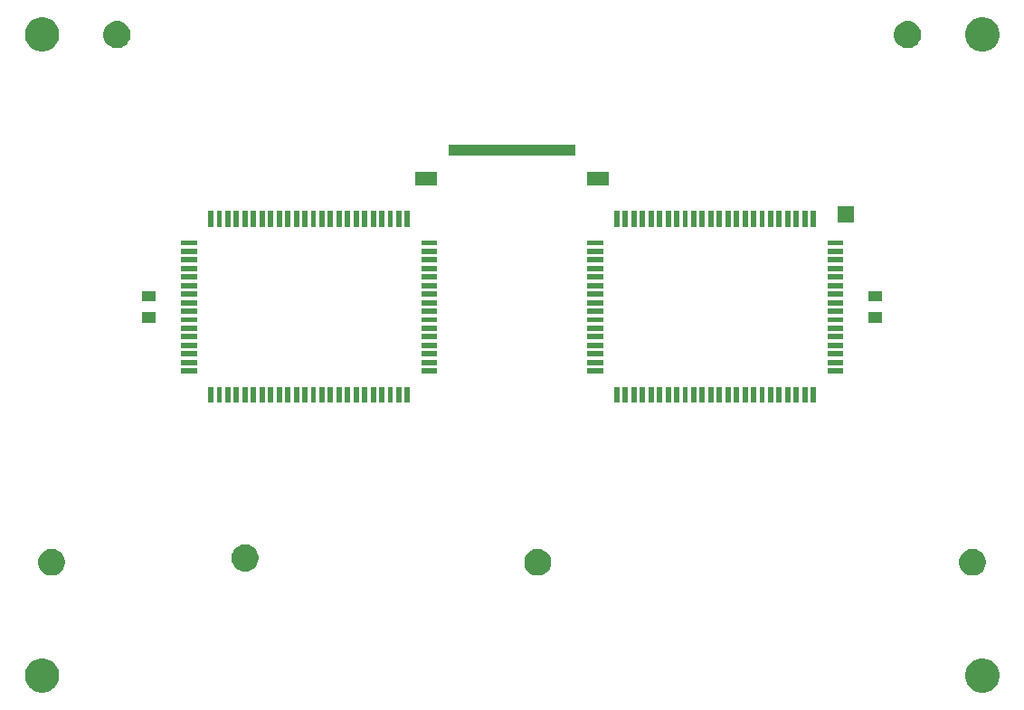
<source format=gbr>
G04 #@! TF.GenerationSoftware,KiCad,Pcbnew,5.0.2-bee76a0~70~ubuntu18.04.1*
G04 #@! TF.CreationDate,2020-10-26T08:34:28+01:00*
G04 #@! TF.ProjectId,ModulAdapter_Verv2,4d6f6475-6c41-4646-9170-7465725f5665,rev?*
G04 #@! TF.SameCoordinates,Original*
G04 #@! TF.FileFunction,Soldermask,Bot*
G04 #@! TF.FilePolarity,Negative*
%FSLAX46Y46*%
G04 Gerber Fmt 4.6, Leading zero omitted, Abs format (unit mm)*
G04 Created by KiCad (PCBNEW 5.0.2-bee76a0~70~ubuntu18.04.1) date Mo 26 Okt 2020 08:34:28 CET*
%MOMM*%
%LPD*%
G01*
G04 APERTURE LIST*
%ADD10C,0.100000*%
G04 APERTURE END LIST*
D10*
G36*
X144466703Y-132461486D02*
X144757883Y-132582097D01*
X145019944Y-132757201D01*
X145242799Y-132980056D01*
X145417903Y-133242117D01*
X145538514Y-133533297D01*
X145600000Y-133842412D01*
X145600000Y-134157588D01*
X145538514Y-134466703D01*
X145417903Y-134757883D01*
X145242799Y-135019944D01*
X145019944Y-135242799D01*
X144757883Y-135417903D01*
X144466703Y-135538514D01*
X144157588Y-135600000D01*
X143842412Y-135600000D01*
X143533297Y-135538514D01*
X143242117Y-135417903D01*
X142980056Y-135242799D01*
X142757201Y-135019944D01*
X142582097Y-134757883D01*
X142461486Y-134466703D01*
X142400000Y-134157588D01*
X142400000Y-133842412D01*
X142461486Y-133533297D01*
X142582097Y-133242117D01*
X142757201Y-132980056D01*
X142980056Y-132757201D01*
X143242117Y-132582097D01*
X143533297Y-132461486D01*
X143842412Y-132400000D01*
X144157588Y-132400000D01*
X144466703Y-132461486D01*
X144466703Y-132461486D01*
G37*
G36*
X56466703Y-132461486D02*
X56757883Y-132582097D01*
X57019944Y-132757201D01*
X57242799Y-132980056D01*
X57417903Y-133242117D01*
X57538514Y-133533297D01*
X57600000Y-133842412D01*
X57600000Y-134157588D01*
X57538514Y-134466703D01*
X57417903Y-134757883D01*
X57242799Y-135019944D01*
X57019944Y-135242799D01*
X56757883Y-135417903D01*
X56466703Y-135538514D01*
X56157588Y-135600000D01*
X55842412Y-135600000D01*
X55533297Y-135538514D01*
X55242117Y-135417903D01*
X54980056Y-135242799D01*
X54757201Y-135019944D01*
X54582097Y-134757883D01*
X54461486Y-134466703D01*
X54400000Y-134157588D01*
X54400000Y-133842412D01*
X54461486Y-133533297D01*
X54582097Y-133242117D01*
X54757201Y-132980056D01*
X54980056Y-132757201D01*
X55242117Y-132582097D01*
X55533297Y-132461486D01*
X55842412Y-132400000D01*
X56157588Y-132400000D01*
X56466703Y-132461486D01*
X56466703Y-132461486D01*
G37*
G36*
X102764612Y-122198037D02*
X102992096Y-122292264D01*
X103196831Y-122429064D01*
X103370936Y-122603169D01*
X103507736Y-122807904D01*
X103601963Y-123035388D01*
X103650000Y-123276885D01*
X103650000Y-123523115D01*
X103601963Y-123764612D01*
X103507736Y-123992096D01*
X103370936Y-124196831D01*
X103196831Y-124370936D01*
X102992096Y-124507736D01*
X102764612Y-124601963D01*
X102523115Y-124650000D01*
X102276885Y-124650000D01*
X102035388Y-124601963D01*
X101807904Y-124507736D01*
X101603169Y-124370936D01*
X101429064Y-124196831D01*
X101292264Y-123992096D01*
X101198037Y-123764612D01*
X101150000Y-123523115D01*
X101150000Y-123276885D01*
X101198037Y-123035388D01*
X101292264Y-122807904D01*
X101429064Y-122603169D01*
X101603169Y-122429064D01*
X101807904Y-122292264D01*
X102035388Y-122198037D01*
X102276885Y-122150000D01*
X102523115Y-122150000D01*
X102764612Y-122198037D01*
X102764612Y-122198037D01*
G37*
G36*
X57264612Y-122198037D02*
X57492096Y-122292264D01*
X57696831Y-122429064D01*
X57870936Y-122603169D01*
X58007736Y-122807904D01*
X58101963Y-123035388D01*
X58150000Y-123276885D01*
X58150000Y-123523115D01*
X58101963Y-123764612D01*
X58007736Y-123992096D01*
X57870936Y-124196831D01*
X57696831Y-124370936D01*
X57492096Y-124507736D01*
X57264612Y-124601963D01*
X57023115Y-124650000D01*
X56776885Y-124650000D01*
X56535388Y-124601963D01*
X56307904Y-124507736D01*
X56103169Y-124370936D01*
X55929064Y-124196831D01*
X55792264Y-123992096D01*
X55698037Y-123764612D01*
X55650000Y-123523115D01*
X55650000Y-123276885D01*
X55698037Y-123035388D01*
X55792264Y-122807904D01*
X55929064Y-122603169D01*
X56103169Y-122429064D01*
X56307904Y-122292264D01*
X56535388Y-122198037D01*
X56776885Y-122150000D01*
X57023115Y-122150000D01*
X57264612Y-122198037D01*
X57264612Y-122198037D01*
G37*
G36*
X143464612Y-122198037D02*
X143692096Y-122292264D01*
X143896831Y-122429064D01*
X144070936Y-122603169D01*
X144207736Y-122807904D01*
X144301963Y-123035388D01*
X144350000Y-123276885D01*
X144350000Y-123523115D01*
X144301963Y-123764612D01*
X144207736Y-123992096D01*
X144070936Y-124196831D01*
X143896831Y-124370936D01*
X143692096Y-124507736D01*
X143464612Y-124601963D01*
X143223115Y-124650000D01*
X142976885Y-124650000D01*
X142735388Y-124601963D01*
X142507904Y-124507736D01*
X142303169Y-124370936D01*
X142129064Y-124196831D01*
X141992264Y-123992096D01*
X141898037Y-123764612D01*
X141850000Y-123523115D01*
X141850000Y-123276885D01*
X141898037Y-123035388D01*
X141992264Y-122807904D01*
X142129064Y-122603169D01*
X142303169Y-122429064D01*
X142507904Y-122292264D01*
X142735388Y-122198037D01*
X142976885Y-122150000D01*
X143223115Y-122150000D01*
X143464612Y-122198037D01*
X143464612Y-122198037D01*
G37*
G36*
X75247764Y-121754402D02*
X75370445Y-121778805D01*
X75601571Y-121874541D01*
X75809581Y-122013529D01*
X75986471Y-122190419D01*
X75986473Y-122190422D01*
X76125459Y-122398429D01*
X76221195Y-122629555D01*
X76221195Y-122629557D01*
X76256671Y-122807903D01*
X76270000Y-122874916D01*
X76270000Y-123125084D01*
X76221195Y-123370445D01*
X76125459Y-123601571D01*
X75986471Y-123809581D01*
X75809581Y-123986471D01*
X75809578Y-123986473D01*
X75601571Y-124125459D01*
X75370445Y-124221195D01*
X75247765Y-124245597D01*
X75125086Y-124270000D01*
X74874914Y-124270000D01*
X74752235Y-124245597D01*
X74629555Y-124221195D01*
X74398429Y-124125459D01*
X74190422Y-123986473D01*
X74190419Y-123986471D01*
X74013529Y-123809581D01*
X73874541Y-123601571D01*
X73778805Y-123370445D01*
X73730000Y-123125084D01*
X73730000Y-122874916D01*
X73743330Y-122807903D01*
X73778805Y-122629557D01*
X73778805Y-122629555D01*
X73874541Y-122398429D01*
X74013527Y-122190422D01*
X74013529Y-122190419D01*
X74190419Y-122013529D01*
X74398429Y-121874541D01*
X74629555Y-121778805D01*
X74752236Y-121754402D01*
X74874914Y-121730000D01*
X75125086Y-121730000D01*
X75247764Y-121754402D01*
X75247764Y-121754402D01*
G37*
G36*
X118050000Y-108480000D02*
X117550000Y-108480000D01*
X117550000Y-107000000D01*
X118050000Y-107000000D01*
X118050000Y-108480000D01*
X118050000Y-108480000D01*
G37*
G36*
X121250000Y-108480000D02*
X120750000Y-108480000D01*
X120750000Y-107000000D01*
X121250000Y-107000000D01*
X121250000Y-108480000D01*
X121250000Y-108480000D01*
G37*
G36*
X90450000Y-108480000D02*
X89950000Y-108480000D01*
X89950000Y-107000000D01*
X90450000Y-107000000D01*
X90450000Y-108480000D01*
X90450000Y-108480000D01*
G37*
G36*
X110050000Y-108480000D02*
X109550000Y-108480000D01*
X109550000Y-107000000D01*
X110050000Y-107000000D01*
X110050000Y-108480000D01*
X110050000Y-108480000D01*
G37*
G36*
X110850000Y-108480000D02*
X110350000Y-108480000D01*
X110350000Y-107000000D01*
X110850000Y-107000000D01*
X110850000Y-108480000D01*
X110850000Y-108480000D01*
G37*
G36*
X111650000Y-108480000D02*
X111150000Y-108480000D01*
X111150000Y-107000000D01*
X111650000Y-107000000D01*
X111650000Y-108480000D01*
X111650000Y-108480000D01*
G37*
G36*
X112450000Y-108480000D02*
X111950000Y-108480000D01*
X111950000Y-107000000D01*
X112450000Y-107000000D01*
X112450000Y-108480000D01*
X112450000Y-108480000D01*
G37*
G36*
X113250000Y-108480000D02*
X112750000Y-108480000D01*
X112750000Y-107000000D01*
X113250000Y-107000000D01*
X113250000Y-108480000D01*
X113250000Y-108480000D01*
G37*
G36*
X114050000Y-108480000D02*
X113550000Y-108480000D01*
X113550000Y-107000000D01*
X114050000Y-107000000D01*
X114050000Y-108480000D01*
X114050000Y-108480000D01*
G37*
G36*
X114850000Y-108480000D02*
X114350000Y-108480000D01*
X114350000Y-107000000D01*
X114850000Y-107000000D01*
X114850000Y-108480000D01*
X114850000Y-108480000D01*
G37*
G36*
X115650000Y-108480000D02*
X115150000Y-108480000D01*
X115150000Y-107000000D01*
X115650000Y-107000000D01*
X115650000Y-108480000D01*
X115650000Y-108480000D01*
G37*
G36*
X116450000Y-108480000D02*
X115950000Y-108480000D01*
X115950000Y-107000000D01*
X116450000Y-107000000D01*
X116450000Y-108480000D01*
X116450000Y-108480000D01*
G37*
G36*
X117250000Y-108480000D02*
X116750000Y-108480000D01*
X116750000Y-107000000D01*
X117250000Y-107000000D01*
X117250000Y-108480000D01*
X117250000Y-108480000D01*
G37*
G36*
X89650000Y-108480000D02*
X89150000Y-108480000D01*
X89150000Y-107000000D01*
X89650000Y-107000000D01*
X89650000Y-108480000D01*
X89650000Y-108480000D01*
G37*
G36*
X118850000Y-108480000D02*
X118350000Y-108480000D01*
X118350000Y-107000000D01*
X118850000Y-107000000D01*
X118850000Y-108480000D01*
X118850000Y-108480000D01*
G37*
G36*
X119650000Y-108480000D02*
X119150000Y-108480000D01*
X119150000Y-107000000D01*
X119650000Y-107000000D01*
X119650000Y-108480000D01*
X119650000Y-108480000D01*
G37*
G36*
X120450000Y-108480000D02*
X119950000Y-108480000D01*
X119950000Y-107000000D01*
X120450000Y-107000000D01*
X120450000Y-108480000D01*
X120450000Y-108480000D01*
G37*
G36*
X122050000Y-108480000D02*
X121550000Y-108480000D01*
X121550000Y-107000000D01*
X122050000Y-107000000D01*
X122050000Y-108480000D01*
X122050000Y-108480000D01*
G37*
G36*
X122850000Y-108480000D02*
X122350000Y-108480000D01*
X122350000Y-107000000D01*
X122850000Y-107000000D01*
X122850000Y-108480000D01*
X122850000Y-108480000D01*
G37*
G36*
X123650000Y-108480000D02*
X123150000Y-108480000D01*
X123150000Y-107000000D01*
X123650000Y-107000000D01*
X123650000Y-108480000D01*
X123650000Y-108480000D01*
G37*
G36*
X124450000Y-108480000D02*
X123950000Y-108480000D01*
X123950000Y-107000000D01*
X124450000Y-107000000D01*
X124450000Y-108480000D01*
X124450000Y-108480000D01*
G37*
G36*
X125250000Y-108480000D02*
X124750000Y-108480000D01*
X124750000Y-107000000D01*
X125250000Y-107000000D01*
X125250000Y-108480000D01*
X125250000Y-108480000D01*
G37*
G36*
X126050000Y-108480000D02*
X125550000Y-108480000D01*
X125550000Y-107000000D01*
X126050000Y-107000000D01*
X126050000Y-108480000D01*
X126050000Y-108480000D01*
G37*
G36*
X126850000Y-108480000D02*
X126350000Y-108480000D01*
X126350000Y-107000000D01*
X126850000Y-107000000D01*
X126850000Y-108480000D01*
X126850000Y-108480000D01*
G37*
G36*
X79250000Y-108480000D02*
X78750000Y-108480000D01*
X78750000Y-107000000D01*
X79250000Y-107000000D01*
X79250000Y-108480000D01*
X79250000Y-108480000D01*
G37*
G36*
X84850000Y-108480000D02*
X84350000Y-108480000D01*
X84350000Y-107000000D01*
X84850000Y-107000000D01*
X84850000Y-108480000D01*
X84850000Y-108480000D01*
G37*
G36*
X75250000Y-108480000D02*
X74750000Y-108480000D01*
X74750000Y-107000000D01*
X75250000Y-107000000D01*
X75250000Y-108480000D01*
X75250000Y-108480000D01*
G37*
G36*
X128450000Y-108480000D02*
X127950000Y-108480000D01*
X127950000Y-107000000D01*
X128450000Y-107000000D01*
X128450000Y-108480000D01*
X128450000Y-108480000D01*
G37*
G36*
X84050000Y-108480000D02*
X83550000Y-108480000D01*
X83550000Y-107000000D01*
X84050000Y-107000000D01*
X84050000Y-108480000D01*
X84050000Y-108480000D01*
G37*
G36*
X83250000Y-108480000D02*
X82750000Y-108480000D01*
X82750000Y-107000000D01*
X83250000Y-107000000D01*
X83250000Y-108480000D01*
X83250000Y-108480000D01*
G37*
G36*
X82450000Y-108480000D02*
X81950000Y-108480000D01*
X81950000Y-107000000D01*
X82450000Y-107000000D01*
X82450000Y-108480000D01*
X82450000Y-108480000D01*
G37*
G36*
X81650000Y-108480000D02*
X81150000Y-108480000D01*
X81150000Y-107000000D01*
X81650000Y-107000000D01*
X81650000Y-108480000D01*
X81650000Y-108480000D01*
G37*
G36*
X80850000Y-108480000D02*
X80350000Y-108480000D01*
X80350000Y-107000000D01*
X80850000Y-107000000D01*
X80850000Y-108480000D01*
X80850000Y-108480000D01*
G37*
G36*
X80050000Y-108480000D02*
X79550000Y-108480000D01*
X79550000Y-107000000D01*
X80050000Y-107000000D01*
X80050000Y-108480000D01*
X80050000Y-108480000D01*
G37*
G36*
X78450000Y-108480000D02*
X77950000Y-108480000D01*
X77950000Y-107000000D01*
X78450000Y-107000000D01*
X78450000Y-108480000D01*
X78450000Y-108480000D01*
G37*
G36*
X77650000Y-108480000D02*
X77150000Y-108480000D01*
X77150000Y-107000000D01*
X77650000Y-107000000D01*
X77650000Y-108480000D01*
X77650000Y-108480000D01*
G37*
G36*
X88050000Y-108480000D02*
X87550000Y-108480000D01*
X87550000Y-107000000D01*
X88050000Y-107000000D01*
X88050000Y-108480000D01*
X88050000Y-108480000D01*
G37*
G36*
X85650000Y-108480000D02*
X85150000Y-108480000D01*
X85150000Y-107000000D01*
X85650000Y-107000000D01*
X85650000Y-108480000D01*
X85650000Y-108480000D01*
G37*
G36*
X86450000Y-108480000D02*
X85950000Y-108480000D01*
X85950000Y-107000000D01*
X86450000Y-107000000D01*
X86450000Y-108480000D01*
X86450000Y-108480000D01*
G37*
G36*
X87250000Y-108480000D02*
X86750000Y-108480000D01*
X86750000Y-107000000D01*
X87250000Y-107000000D01*
X87250000Y-108480000D01*
X87250000Y-108480000D01*
G37*
G36*
X76850000Y-108480000D02*
X76350000Y-108480000D01*
X76350000Y-107000000D01*
X76850000Y-107000000D01*
X76850000Y-108480000D01*
X76850000Y-108480000D01*
G37*
G36*
X72050000Y-108480000D02*
X71550000Y-108480000D01*
X71550000Y-107000000D01*
X72050000Y-107000000D01*
X72050000Y-108480000D01*
X72050000Y-108480000D01*
G37*
G36*
X88850000Y-108480000D02*
X88350000Y-108480000D01*
X88350000Y-107000000D01*
X88850000Y-107000000D01*
X88850000Y-108480000D01*
X88850000Y-108480000D01*
G37*
G36*
X72850000Y-108480000D02*
X72350000Y-108480000D01*
X72350000Y-107000000D01*
X72850000Y-107000000D01*
X72850000Y-108480000D01*
X72850000Y-108480000D01*
G37*
G36*
X73650000Y-108480000D02*
X73150000Y-108480000D01*
X73150000Y-107000000D01*
X73650000Y-107000000D01*
X73650000Y-108480000D01*
X73650000Y-108480000D01*
G37*
G36*
X74450000Y-108480000D02*
X73950000Y-108480000D01*
X73950000Y-107000000D01*
X74450000Y-107000000D01*
X74450000Y-108480000D01*
X74450000Y-108480000D01*
G37*
G36*
X127650000Y-108480000D02*
X127150000Y-108480000D01*
X127150000Y-107000000D01*
X127650000Y-107000000D01*
X127650000Y-108480000D01*
X127650000Y-108480000D01*
G37*
G36*
X76050000Y-108480000D02*
X75550000Y-108480000D01*
X75550000Y-107000000D01*
X76050000Y-107000000D01*
X76050000Y-108480000D01*
X76050000Y-108480000D01*
G37*
G36*
X130980000Y-105750000D02*
X129500000Y-105750000D01*
X129500000Y-105250000D01*
X130980000Y-105250000D01*
X130980000Y-105750000D01*
X130980000Y-105750000D01*
G37*
G36*
X108500000Y-105750000D02*
X107020000Y-105750000D01*
X107020000Y-105250000D01*
X108500000Y-105250000D01*
X108500000Y-105750000D01*
X108500000Y-105750000D01*
G37*
G36*
X92980000Y-105750000D02*
X91500000Y-105750000D01*
X91500000Y-105250000D01*
X92980000Y-105250000D01*
X92980000Y-105750000D01*
X92980000Y-105750000D01*
G37*
G36*
X70500000Y-105750000D02*
X69020000Y-105750000D01*
X69020000Y-105250000D01*
X70500000Y-105250000D01*
X70500000Y-105750000D01*
X70500000Y-105750000D01*
G37*
G36*
X130980000Y-104950000D02*
X129500000Y-104950000D01*
X129500000Y-104450000D01*
X130980000Y-104450000D01*
X130980000Y-104950000D01*
X130980000Y-104950000D01*
G37*
G36*
X92980000Y-104950000D02*
X91500000Y-104950000D01*
X91500000Y-104450000D01*
X92980000Y-104450000D01*
X92980000Y-104950000D01*
X92980000Y-104950000D01*
G37*
G36*
X70500000Y-104950000D02*
X69020000Y-104950000D01*
X69020000Y-104450000D01*
X70500000Y-104450000D01*
X70500000Y-104950000D01*
X70500000Y-104950000D01*
G37*
G36*
X108500000Y-104950000D02*
X107020000Y-104950000D01*
X107020000Y-104450000D01*
X108500000Y-104450000D01*
X108500000Y-104950000D01*
X108500000Y-104950000D01*
G37*
G36*
X130980000Y-104150000D02*
X129500000Y-104150000D01*
X129500000Y-103650000D01*
X130980000Y-103650000D01*
X130980000Y-104150000D01*
X130980000Y-104150000D01*
G37*
G36*
X108500000Y-104150000D02*
X107020000Y-104150000D01*
X107020000Y-103650000D01*
X108500000Y-103650000D01*
X108500000Y-104150000D01*
X108500000Y-104150000D01*
G37*
G36*
X92980000Y-104150000D02*
X91500000Y-104150000D01*
X91500000Y-103650000D01*
X92980000Y-103650000D01*
X92980000Y-104150000D01*
X92980000Y-104150000D01*
G37*
G36*
X70500000Y-104150000D02*
X69020000Y-104150000D01*
X69020000Y-103650000D01*
X70500000Y-103650000D01*
X70500000Y-104150000D01*
X70500000Y-104150000D01*
G37*
G36*
X130980000Y-103350000D02*
X129500000Y-103350000D01*
X129500000Y-102850000D01*
X130980000Y-102850000D01*
X130980000Y-103350000D01*
X130980000Y-103350000D01*
G37*
G36*
X92980000Y-103350000D02*
X91500000Y-103350000D01*
X91500000Y-102850000D01*
X92980000Y-102850000D01*
X92980000Y-103350000D01*
X92980000Y-103350000D01*
G37*
G36*
X70500000Y-103350000D02*
X69020000Y-103350000D01*
X69020000Y-102850000D01*
X70500000Y-102850000D01*
X70500000Y-103350000D01*
X70500000Y-103350000D01*
G37*
G36*
X108500000Y-103350000D02*
X107020000Y-103350000D01*
X107020000Y-102850000D01*
X108500000Y-102850000D01*
X108500000Y-103350000D01*
X108500000Y-103350000D01*
G37*
G36*
X92980000Y-102550000D02*
X91500000Y-102550000D01*
X91500000Y-102050000D01*
X92980000Y-102050000D01*
X92980000Y-102550000D01*
X92980000Y-102550000D01*
G37*
G36*
X108500000Y-102550000D02*
X107020000Y-102550000D01*
X107020000Y-102050000D01*
X108500000Y-102050000D01*
X108500000Y-102550000D01*
X108500000Y-102550000D01*
G37*
G36*
X130980000Y-102550000D02*
X129500000Y-102550000D01*
X129500000Y-102050000D01*
X130980000Y-102050000D01*
X130980000Y-102550000D01*
X130980000Y-102550000D01*
G37*
G36*
X70500000Y-102550000D02*
X69020000Y-102550000D01*
X69020000Y-102050000D01*
X70500000Y-102050000D01*
X70500000Y-102550000D01*
X70500000Y-102550000D01*
G37*
G36*
X70500000Y-101750000D02*
X69020000Y-101750000D01*
X69020000Y-101250000D01*
X70500000Y-101250000D01*
X70500000Y-101750000D01*
X70500000Y-101750000D01*
G37*
G36*
X92980000Y-101750000D02*
X91500000Y-101750000D01*
X91500000Y-101250000D01*
X92980000Y-101250000D01*
X92980000Y-101750000D01*
X92980000Y-101750000D01*
G37*
G36*
X130980000Y-101750000D02*
X129500000Y-101750000D01*
X129500000Y-101250000D01*
X130980000Y-101250000D01*
X130980000Y-101750000D01*
X130980000Y-101750000D01*
G37*
G36*
X108500000Y-101750000D02*
X107020000Y-101750000D01*
X107020000Y-101250000D01*
X108500000Y-101250000D01*
X108500000Y-101750000D01*
X108500000Y-101750000D01*
G37*
G36*
X66625000Y-101000000D02*
X65375000Y-101000000D01*
X65375000Y-100000000D01*
X66625000Y-100000000D01*
X66625000Y-101000000D01*
X66625000Y-101000000D01*
G37*
G36*
X134625000Y-101000000D02*
X133375000Y-101000000D01*
X133375000Y-100000000D01*
X134625000Y-100000000D01*
X134625000Y-101000000D01*
X134625000Y-101000000D01*
G37*
G36*
X70500000Y-100950000D02*
X69020000Y-100950000D01*
X69020000Y-100450000D01*
X70500000Y-100450000D01*
X70500000Y-100950000D01*
X70500000Y-100950000D01*
G37*
G36*
X92980000Y-100950000D02*
X91500000Y-100950000D01*
X91500000Y-100450000D01*
X92980000Y-100450000D01*
X92980000Y-100950000D01*
X92980000Y-100950000D01*
G37*
G36*
X130980000Y-100950000D02*
X129500000Y-100950000D01*
X129500000Y-100450000D01*
X130980000Y-100450000D01*
X130980000Y-100950000D01*
X130980000Y-100950000D01*
G37*
G36*
X108500000Y-100950000D02*
X107020000Y-100950000D01*
X107020000Y-100450000D01*
X108500000Y-100450000D01*
X108500000Y-100950000D01*
X108500000Y-100950000D01*
G37*
G36*
X130980000Y-100150000D02*
X129500000Y-100150000D01*
X129500000Y-99650000D01*
X130980000Y-99650000D01*
X130980000Y-100150000D01*
X130980000Y-100150000D01*
G37*
G36*
X70500000Y-100150000D02*
X69020000Y-100150000D01*
X69020000Y-99650000D01*
X70500000Y-99650000D01*
X70500000Y-100150000D01*
X70500000Y-100150000D01*
G37*
G36*
X108500000Y-100150000D02*
X107020000Y-100150000D01*
X107020000Y-99650000D01*
X108500000Y-99650000D01*
X108500000Y-100150000D01*
X108500000Y-100150000D01*
G37*
G36*
X92980000Y-100150000D02*
X91500000Y-100150000D01*
X91500000Y-99650000D01*
X92980000Y-99650000D01*
X92980000Y-100150000D01*
X92980000Y-100150000D01*
G37*
G36*
X108500000Y-99350000D02*
X107020000Y-99350000D01*
X107020000Y-98850000D01*
X108500000Y-98850000D01*
X108500000Y-99350000D01*
X108500000Y-99350000D01*
G37*
G36*
X70500000Y-99350000D02*
X69020000Y-99350000D01*
X69020000Y-98850000D01*
X70500000Y-98850000D01*
X70500000Y-99350000D01*
X70500000Y-99350000D01*
G37*
G36*
X130980000Y-99350000D02*
X129500000Y-99350000D01*
X129500000Y-98850000D01*
X130980000Y-98850000D01*
X130980000Y-99350000D01*
X130980000Y-99350000D01*
G37*
G36*
X92980000Y-99350000D02*
X91500000Y-99350000D01*
X91500000Y-98850000D01*
X92980000Y-98850000D01*
X92980000Y-99350000D01*
X92980000Y-99350000D01*
G37*
G36*
X66625000Y-99000000D02*
X65375000Y-99000000D01*
X65375000Y-98000000D01*
X66625000Y-98000000D01*
X66625000Y-99000000D01*
X66625000Y-99000000D01*
G37*
G36*
X134625000Y-99000000D02*
X133375000Y-99000000D01*
X133375000Y-98000000D01*
X134625000Y-98000000D01*
X134625000Y-99000000D01*
X134625000Y-99000000D01*
G37*
G36*
X70500000Y-98550000D02*
X69020000Y-98550000D01*
X69020000Y-98050000D01*
X70500000Y-98050000D01*
X70500000Y-98550000D01*
X70500000Y-98550000D01*
G37*
G36*
X130980000Y-98550000D02*
X129500000Y-98550000D01*
X129500000Y-98050000D01*
X130980000Y-98050000D01*
X130980000Y-98550000D01*
X130980000Y-98550000D01*
G37*
G36*
X92980000Y-98550000D02*
X91500000Y-98550000D01*
X91500000Y-98050000D01*
X92980000Y-98050000D01*
X92980000Y-98550000D01*
X92980000Y-98550000D01*
G37*
G36*
X108500000Y-98550000D02*
X107020000Y-98550000D01*
X107020000Y-98050000D01*
X108500000Y-98050000D01*
X108500000Y-98550000D01*
X108500000Y-98550000D01*
G37*
G36*
X92980000Y-97750000D02*
X91500000Y-97750000D01*
X91500000Y-97250000D01*
X92980000Y-97250000D01*
X92980000Y-97750000D01*
X92980000Y-97750000D01*
G37*
G36*
X130980000Y-97750000D02*
X129500000Y-97750000D01*
X129500000Y-97250000D01*
X130980000Y-97250000D01*
X130980000Y-97750000D01*
X130980000Y-97750000D01*
G37*
G36*
X70500000Y-97750000D02*
X69020000Y-97750000D01*
X69020000Y-97250000D01*
X70500000Y-97250000D01*
X70500000Y-97750000D01*
X70500000Y-97750000D01*
G37*
G36*
X108500000Y-97750000D02*
X107020000Y-97750000D01*
X107020000Y-97250000D01*
X108500000Y-97250000D01*
X108500000Y-97750000D01*
X108500000Y-97750000D01*
G37*
G36*
X92980000Y-96950000D02*
X91500000Y-96950000D01*
X91500000Y-96450000D01*
X92980000Y-96450000D01*
X92980000Y-96950000D01*
X92980000Y-96950000D01*
G37*
G36*
X108500000Y-96950000D02*
X107020000Y-96950000D01*
X107020000Y-96450000D01*
X108500000Y-96450000D01*
X108500000Y-96950000D01*
X108500000Y-96950000D01*
G37*
G36*
X130980000Y-96950000D02*
X129500000Y-96950000D01*
X129500000Y-96450000D01*
X130980000Y-96450000D01*
X130980000Y-96950000D01*
X130980000Y-96950000D01*
G37*
G36*
X70500000Y-96950000D02*
X69020000Y-96950000D01*
X69020000Y-96450000D01*
X70500000Y-96450000D01*
X70500000Y-96950000D01*
X70500000Y-96950000D01*
G37*
G36*
X108500000Y-96150000D02*
X107020000Y-96150000D01*
X107020000Y-95650000D01*
X108500000Y-95650000D01*
X108500000Y-96150000D01*
X108500000Y-96150000D01*
G37*
G36*
X70500000Y-96150000D02*
X69020000Y-96150000D01*
X69020000Y-95650000D01*
X70500000Y-95650000D01*
X70500000Y-96150000D01*
X70500000Y-96150000D01*
G37*
G36*
X130980000Y-96150000D02*
X129500000Y-96150000D01*
X129500000Y-95650000D01*
X130980000Y-95650000D01*
X130980000Y-96150000D01*
X130980000Y-96150000D01*
G37*
G36*
X92980000Y-96150000D02*
X91500000Y-96150000D01*
X91500000Y-95650000D01*
X92980000Y-95650000D01*
X92980000Y-96150000D01*
X92980000Y-96150000D01*
G37*
G36*
X70500000Y-95350000D02*
X69020000Y-95350000D01*
X69020000Y-94850000D01*
X70500000Y-94850000D01*
X70500000Y-95350000D01*
X70500000Y-95350000D01*
G37*
G36*
X130980000Y-95350000D02*
X129500000Y-95350000D01*
X129500000Y-94850000D01*
X130980000Y-94850000D01*
X130980000Y-95350000D01*
X130980000Y-95350000D01*
G37*
G36*
X108500000Y-95350000D02*
X107020000Y-95350000D01*
X107020000Y-94850000D01*
X108500000Y-94850000D01*
X108500000Y-95350000D01*
X108500000Y-95350000D01*
G37*
G36*
X92980000Y-95350000D02*
X91500000Y-95350000D01*
X91500000Y-94850000D01*
X92980000Y-94850000D01*
X92980000Y-95350000D01*
X92980000Y-95350000D01*
G37*
G36*
X130980000Y-94550000D02*
X129500000Y-94550000D01*
X129500000Y-94050000D01*
X130980000Y-94050000D01*
X130980000Y-94550000D01*
X130980000Y-94550000D01*
G37*
G36*
X108500000Y-94550000D02*
X107020000Y-94550000D01*
X107020000Y-94050000D01*
X108500000Y-94050000D01*
X108500000Y-94550000D01*
X108500000Y-94550000D01*
G37*
G36*
X70500000Y-94550000D02*
X69020000Y-94550000D01*
X69020000Y-94050000D01*
X70500000Y-94050000D01*
X70500000Y-94550000D01*
X70500000Y-94550000D01*
G37*
G36*
X92980000Y-94550000D02*
X91500000Y-94550000D01*
X91500000Y-94050000D01*
X92980000Y-94050000D01*
X92980000Y-94550000D01*
X92980000Y-94550000D01*
G37*
G36*
X108500000Y-93750000D02*
X107020000Y-93750000D01*
X107020000Y-93250000D01*
X108500000Y-93250000D01*
X108500000Y-93750000D01*
X108500000Y-93750000D01*
G37*
G36*
X70500000Y-93750000D02*
X69020000Y-93750000D01*
X69020000Y-93250000D01*
X70500000Y-93250000D01*
X70500000Y-93750000D01*
X70500000Y-93750000D01*
G37*
G36*
X92980000Y-93750000D02*
X91500000Y-93750000D01*
X91500000Y-93250000D01*
X92980000Y-93250000D01*
X92980000Y-93750000D01*
X92980000Y-93750000D01*
G37*
G36*
X130980000Y-93750000D02*
X129500000Y-93750000D01*
X129500000Y-93250000D01*
X130980000Y-93250000D01*
X130980000Y-93750000D01*
X130980000Y-93750000D01*
G37*
G36*
X112450000Y-92000000D02*
X111950000Y-92000000D01*
X111950000Y-90520000D01*
X112450000Y-90520000D01*
X112450000Y-92000000D01*
X112450000Y-92000000D01*
G37*
G36*
X111650000Y-92000000D02*
X111150000Y-92000000D01*
X111150000Y-90520000D01*
X111650000Y-90520000D01*
X111650000Y-92000000D01*
X111650000Y-92000000D01*
G37*
G36*
X110850000Y-92000000D02*
X110350000Y-92000000D01*
X110350000Y-90520000D01*
X110850000Y-90520000D01*
X110850000Y-92000000D01*
X110850000Y-92000000D01*
G37*
G36*
X110050000Y-92000000D02*
X109550000Y-92000000D01*
X109550000Y-90520000D01*
X110050000Y-90520000D01*
X110050000Y-92000000D01*
X110050000Y-92000000D01*
G37*
G36*
X113250000Y-92000000D02*
X112750000Y-92000000D01*
X112750000Y-90520000D01*
X113250000Y-90520000D01*
X113250000Y-92000000D01*
X113250000Y-92000000D01*
G37*
G36*
X121250000Y-92000000D02*
X120750000Y-92000000D01*
X120750000Y-90520000D01*
X121250000Y-90520000D01*
X121250000Y-92000000D01*
X121250000Y-92000000D01*
G37*
G36*
X128450000Y-92000000D02*
X127950000Y-92000000D01*
X127950000Y-90520000D01*
X128450000Y-90520000D01*
X128450000Y-92000000D01*
X128450000Y-92000000D01*
G37*
G36*
X127650000Y-92000000D02*
X127150000Y-92000000D01*
X127150000Y-90520000D01*
X127650000Y-90520000D01*
X127650000Y-92000000D01*
X127650000Y-92000000D01*
G37*
G36*
X126850000Y-92000000D02*
X126350000Y-92000000D01*
X126350000Y-90520000D01*
X126850000Y-90520000D01*
X126850000Y-92000000D01*
X126850000Y-92000000D01*
G37*
G36*
X126050000Y-92000000D02*
X125550000Y-92000000D01*
X125550000Y-90520000D01*
X126050000Y-90520000D01*
X126050000Y-92000000D01*
X126050000Y-92000000D01*
G37*
G36*
X125250000Y-92000000D02*
X124750000Y-92000000D01*
X124750000Y-90520000D01*
X125250000Y-90520000D01*
X125250000Y-92000000D01*
X125250000Y-92000000D01*
G37*
G36*
X82450000Y-92000000D02*
X81950000Y-92000000D01*
X81950000Y-90520000D01*
X82450000Y-90520000D01*
X82450000Y-92000000D01*
X82450000Y-92000000D01*
G37*
G36*
X124450000Y-92000000D02*
X123950000Y-92000000D01*
X123950000Y-90520000D01*
X124450000Y-90520000D01*
X124450000Y-92000000D01*
X124450000Y-92000000D01*
G37*
G36*
X123650000Y-92000000D02*
X123150000Y-92000000D01*
X123150000Y-90520000D01*
X123650000Y-90520000D01*
X123650000Y-92000000D01*
X123650000Y-92000000D01*
G37*
G36*
X122850000Y-92000000D02*
X122350000Y-92000000D01*
X122350000Y-90520000D01*
X122850000Y-90520000D01*
X122850000Y-92000000D01*
X122850000Y-92000000D01*
G37*
G36*
X122050000Y-92000000D02*
X121550000Y-92000000D01*
X121550000Y-90520000D01*
X122050000Y-90520000D01*
X122050000Y-92000000D01*
X122050000Y-92000000D01*
G37*
G36*
X120450000Y-92000000D02*
X119950000Y-92000000D01*
X119950000Y-90520000D01*
X120450000Y-90520000D01*
X120450000Y-92000000D01*
X120450000Y-92000000D01*
G37*
G36*
X119650000Y-92000000D02*
X119150000Y-92000000D01*
X119150000Y-90520000D01*
X119650000Y-90520000D01*
X119650000Y-92000000D01*
X119650000Y-92000000D01*
G37*
G36*
X118850000Y-92000000D02*
X118350000Y-92000000D01*
X118350000Y-90520000D01*
X118850000Y-90520000D01*
X118850000Y-92000000D01*
X118850000Y-92000000D01*
G37*
G36*
X118050000Y-92000000D02*
X117550000Y-92000000D01*
X117550000Y-90520000D01*
X118050000Y-90520000D01*
X118050000Y-92000000D01*
X118050000Y-92000000D01*
G37*
G36*
X117250000Y-92000000D02*
X116750000Y-92000000D01*
X116750000Y-90520000D01*
X117250000Y-90520000D01*
X117250000Y-92000000D01*
X117250000Y-92000000D01*
G37*
G36*
X115650000Y-92000000D02*
X115150000Y-92000000D01*
X115150000Y-90520000D01*
X115650000Y-90520000D01*
X115650000Y-92000000D01*
X115650000Y-92000000D01*
G37*
G36*
X114850000Y-92000000D02*
X114350000Y-92000000D01*
X114350000Y-90520000D01*
X114850000Y-90520000D01*
X114850000Y-92000000D01*
X114850000Y-92000000D01*
G37*
G36*
X114050000Y-92000000D02*
X113550000Y-92000000D01*
X113550000Y-90520000D01*
X114050000Y-90520000D01*
X114050000Y-92000000D01*
X114050000Y-92000000D01*
G37*
G36*
X73650000Y-92000000D02*
X73150000Y-92000000D01*
X73150000Y-90520000D01*
X73650000Y-90520000D01*
X73650000Y-92000000D01*
X73650000Y-92000000D01*
G37*
G36*
X116450000Y-92000000D02*
X115950000Y-92000000D01*
X115950000Y-90520000D01*
X116450000Y-90520000D01*
X116450000Y-92000000D01*
X116450000Y-92000000D01*
G37*
G36*
X81650000Y-92000000D02*
X81150000Y-92000000D01*
X81150000Y-90520000D01*
X81650000Y-90520000D01*
X81650000Y-92000000D01*
X81650000Y-92000000D01*
G37*
G36*
X90450000Y-92000000D02*
X89950000Y-92000000D01*
X89950000Y-90520000D01*
X90450000Y-90520000D01*
X90450000Y-92000000D01*
X90450000Y-92000000D01*
G37*
G36*
X89650000Y-92000000D02*
X89150000Y-92000000D01*
X89150000Y-90520000D01*
X89650000Y-90520000D01*
X89650000Y-92000000D01*
X89650000Y-92000000D01*
G37*
G36*
X88850000Y-92000000D02*
X88350000Y-92000000D01*
X88350000Y-90520000D01*
X88850000Y-90520000D01*
X88850000Y-92000000D01*
X88850000Y-92000000D01*
G37*
G36*
X88050000Y-92000000D02*
X87550000Y-92000000D01*
X87550000Y-90520000D01*
X88050000Y-90520000D01*
X88050000Y-92000000D01*
X88050000Y-92000000D01*
G37*
G36*
X87250000Y-92000000D02*
X86750000Y-92000000D01*
X86750000Y-90520000D01*
X87250000Y-90520000D01*
X87250000Y-92000000D01*
X87250000Y-92000000D01*
G37*
G36*
X86450000Y-92000000D02*
X85950000Y-92000000D01*
X85950000Y-90520000D01*
X86450000Y-90520000D01*
X86450000Y-92000000D01*
X86450000Y-92000000D01*
G37*
G36*
X85650000Y-92000000D02*
X85150000Y-92000000D01*
X85150000Y-90520000D01*
X85650000Y-90520000D01*
X85650000Y-92000000D01*
X85650000Y-92000000D01*
G37*
G36*
X84850000Y-92000000D02*
X84350000Y-92000000D01*
X84350000Y-90520000D01*
X84850000Y-90520000D01*
X84850000Y-92000000D01*
X84850000Y-92000000D01*
G37*
G36*
X84050000Y-92000000D02*
X83550000Y-92000000D01*
X83550000Y-90520000D01*
X84050000Y-90520000D01*
X84050000Y-92000000D01*
X84050000Y-92000000D01*
G37*
G36*
X72050000Y-92000000D02*
X71550000Y-92000000D01*
X71550000Y-90520000D01*
X72050000Y-90520000D01*
X72050000Y-92000000D01*
X72050000Y-92000000D01*
G37*
G36*
X72850000Y-92000000D02*
X72350000Y-92000000D01*
X72350000Y-90520000D01*
X72850000Y-90520000D01*
X72850000Y-92000000D01*
X72850000Y-92000000D01*
G37*
G36*
X74450000Y-92000000D02*
X73950000Y-92000000D01*
X73950000Y-90520000D01*
X74450000Y-90520000D01*
X74450000Y-92000000D01*
X74450000Y-92000000D01*
G37*
G36*
X75250000Y-92000000D02*
X74750000Y-92000000D01*
X74750000Y-90520000D01*
X75250000Y-90520000D01*
X75250000Y-92000000D01*
X75250000Y-92000000D01*
G37*
G36*
X76050000Y-92000000D02*
X75550000Y-92000000D01*
X75550000Y-90520000D01*
X76050000Y-90520000D01*
X76050000Y-92000000D01*
X76050000Y-92000000D01*
G37*
G36*
X76850000Y-92000000D02*
X76350000Y-92000000D01*
X76350000Y-90520000D01*
X76850000Y-90520000D01*
X76850000Y-92000000D01*
X76850000Y-92000000D01*
G37*
G36*
X77650000Y-92000000D02*
X77150000Y-92000000D01*
X77150000Y-90520000D01*
X77650000Y-90520000D01*
X77650000Y-92000000D01*
X77650000Y-92000000D01*
G37*
G36*
X78450000Y-92000000D02*
X77950000Y-92000000D01*
X77950000Y-90520000D01*
X78450000Y-90520000D01*
X78450000Y-92000000D01*
X78450000Y-92000000D01*
G37*
G36*
X79250000Y-92000000D02*
X78750000Y-92000000D01*
X78750000Y-90520000D01*
X79250000Y-90520000D01*
X79250000Y-92000000D01*
X79250000Y-92000000D01*
G37*
G36*
X80050000Y-92000000D02*
X79550000Y-92000000D01*
X79550000Y-90520000D01*
X80050000Y-90520000D01*
X80050000Y-92000000D01*
X80050000Y-92000000D01*
G37*
G36*
X80850000Y-92000000D02*
X80350000Y-92000000D01*
X80350000Y-90520000D01*
X80850000Y-90520000D01*
X80850000Y-92000000D01*
X80850000Y-92000000D01*
G37*
G36*
X83250000Y-92000000D02*
X82750000Y-92000000D01*
X82750000Y-90520000D01*
X83250000Y-90520000D01*
X83250000Y-92000000D01*
X83250000Y-92000000D01*
G37*
G36*
X131992570Y-91606570D02*
X130491430Y-91606570D01*
X130491430Y-90105430D01*
X131992570Y-90105430D01*
X131992570Y-91606570D01*
X131992570Y-91606570D01*
G37*
G36*
X109050000Y-88150000D02*
X107050000Y-88150000D01*
X107050000Y-86850000D01*
X109050000Y-86850000D01*
X109050000Y-88150000D01*
X109050000Y-88150000D01*
G37*
G36*
X92950000Y-88150000D02*
X90950000Y-88150000D01*
X90950000Y-86850000D01*
X92950000Y-86850000D01*
X92950000Y-88150000D01*
X92950000Y-88150000D01*
G37*
G36*
X105900000Y-85300000D02*
X94100000Y-85300000D01*
X94100000Y-84300000D01*
X105900000Y-84300000D01*
X105900000Y-85300000D01*
X105900000Y-85300000D01*
G37*
G36*
X56466703Y-72461486D02*
X56757883Y-72582097D01*
X57019944Y-72757201D01*
X57242799Y-72980056D01*
X57417903Y-73242117D01*
X57538514Y-73533297D01*
X57600000Y-73842412D01*
X57600000Y-74157588D01*
X57538514Y-74466703D01*
X57417903Y-74757883D01*
X57242799Y-75019944D01*
X57019944Y-75242799D01*
X56757883Y-75417903D01*
X56466703Y-75538514D01*
X56157588Y-75600000D01*
X55842412Y-75600000D01*
X55533297Y-75538514D01*
X55242117Y-75417903D01*
X54980056Y-75242799D01*
X54757201Y-75019944D01*
X54582097Y-74757883D01*
X54461486Y-74466703D01*
X54400000Y-74157588D01*
X54400000Y-73842412D01*
X54461486Y-73533297D01*
X54582097Y-73242117D01*
X54757201Y-72980056D01*
X54980056Y-72757201D01*
X55242117Y-72582097D01*
X55533297Y-72461486D01*
X55842412Y-72400000D01*
X56157588Y-72400000D01*
X56466703Y-72461486D01*
X56466703Y-72461486D01*
G37*
G36*
X144466703Y-72461486D02*
X144757883Y-72582097D01*
X145019944Y-72757201D01*
X145242799Y-72980056D01*
X145417903Y-73242117D01*
X145538514Y-73533297D01*
X145600000Y-73842412D01*
X145600000Y-74157588D01*
X145538514Y-74466703D01*
X145417903Y-74757883D01*
X145242799Y-75019944D01*
X145019944Y-75242799D01*
X144757883Y-75417903D01*
X144466703Y-75538514D01*
X144157588Y-75600000D01*
X143842412Y-75600000D01*
X143533297Y-75538514D01*
X143242117Y-75417903D01*
X142980056Y-75242799D01*
X142757201Y-75019944D01*
X142582097Y-74757883D01*
X142461486Y-74466703D01*
X142400000Y-74157588D01*
X142400000Y-73842412D01*
X142461486Y-73533297D01*
X142582097Y-73242117D01*
X142757201Y-72980056D01*
X142980056Y-72757201D01*
X143242117Y-72582097D01*
X143533297Y-72461486D01*
X143842412Y-72400000D01*
X144157588Y-72400000D01*
X144466703Y-72461486D01*
X144466703Y-72461486D01*
G37*
G36*
X137247765Y-72754403D02*
X137370445Y-72778805D01*
X137601571Y-72874541D01*
X137809581Y-73013529D01*
X137986471Y-73190419D01*
X137986473Y-73190422D01*
X138125459Y-73398429D01*
X138221195Y-73629555D01*
X138270000Y-73874916D01*
X138270000Y-74125084D01*
X138221195Y-74370445D01*
X138181323Y-74466703D01*
X138125459Y-74601571D01*
X137986471Y-74809581D01*
X137809581Y-74986471D01*
X137809578Y-74986473D01*
X137601571Y-75125459D01*
X137370445Y-75221195D01*
X137247765Y-75245597D01*
X137125086Y-75270000D01*
X136874914Y-75270000D01*
X136752235Y-75245597D01*
X136629555Y-75221195D01*
X136398429Y-75125459D01*
X136190422Y-74986473D01*
X136190419Y-74986471D01*
X136013529Y-74809581D01*
X135874541Y-74601571D01*
X135818677Y-74466703D01*
X135778805Y-74370445D01*
X135730000Y-74125084D01*
X135730000Y-73874916D01*
X135778805Y-73629555D01*
X135874541Y-73398429D01*
X136013527Y-73190422D01*
X136013529Y-73190419D01*
X136190419Y-73013529D01*
X136398429Y-72874541D01*
X136629555Y-72778805D01*
X136752235Y-72754403D01*
X136874914Y-72730000D01*
X137125086Y-72730000D01*
X137247765Y-72754403D01*
X137247765Y-72754403D01*
G37*
G36*
X63247765Y-72754403D02*
X63370445Y-72778805D01*
X63601571Y-72874541D01*
X63809581Y-73013529D01*
X63986471Y-73190419D01*
X63986473Y-73190422D01*
X64125459Y-73398429D01*
X64221195Y-73629555D01*
X64270000Y-73874916D01*
X64270000Y-74125084D01*
X64221195Y-74370445D01*
X64181323Y-74466703D01*
X64125459Y-74601571D01*
X63986471Y-74809581D01*
X63809581Y-74986471D01*
X63809578Y-74986473D01*
X63601571Y-75125459D01*
X63370445Y-75221195D01*
X63247765Y-75245597D01*
X63125086Y-75270000D01*
X62874914Y-75270000D01*
X62752235Y-75245597D01*
X62629555Y-75221195D01*
X62398429Y-75125459D01*
X62190422Y-74986473D01*
X62190419Y-74986471D01*
X62013529Y-74809581D01*
X61874541Y-74601571D01*
X61818677Y-74466703D01*
X61778805Y-74370445D01*
X61730000Y-74125084D01*
X61730000Y-73874916D01*
X61778805Y-73629555D01*
X61874541Y-73398429D01*
X62013527Y-73190422D01*
X62013529Y-73190419D01*
X62190419Y-73013529D01*
X62398429Y-72874541D01*
X62629555Y-72778805D01*
X62752235Y-72754403D01*
X62874914Y-72730000D01*
X63125086Y-72730000D01*
X63247765Y-72754403D01*
X63247765Y-72754403D01*
G37*
M02*

</source>
